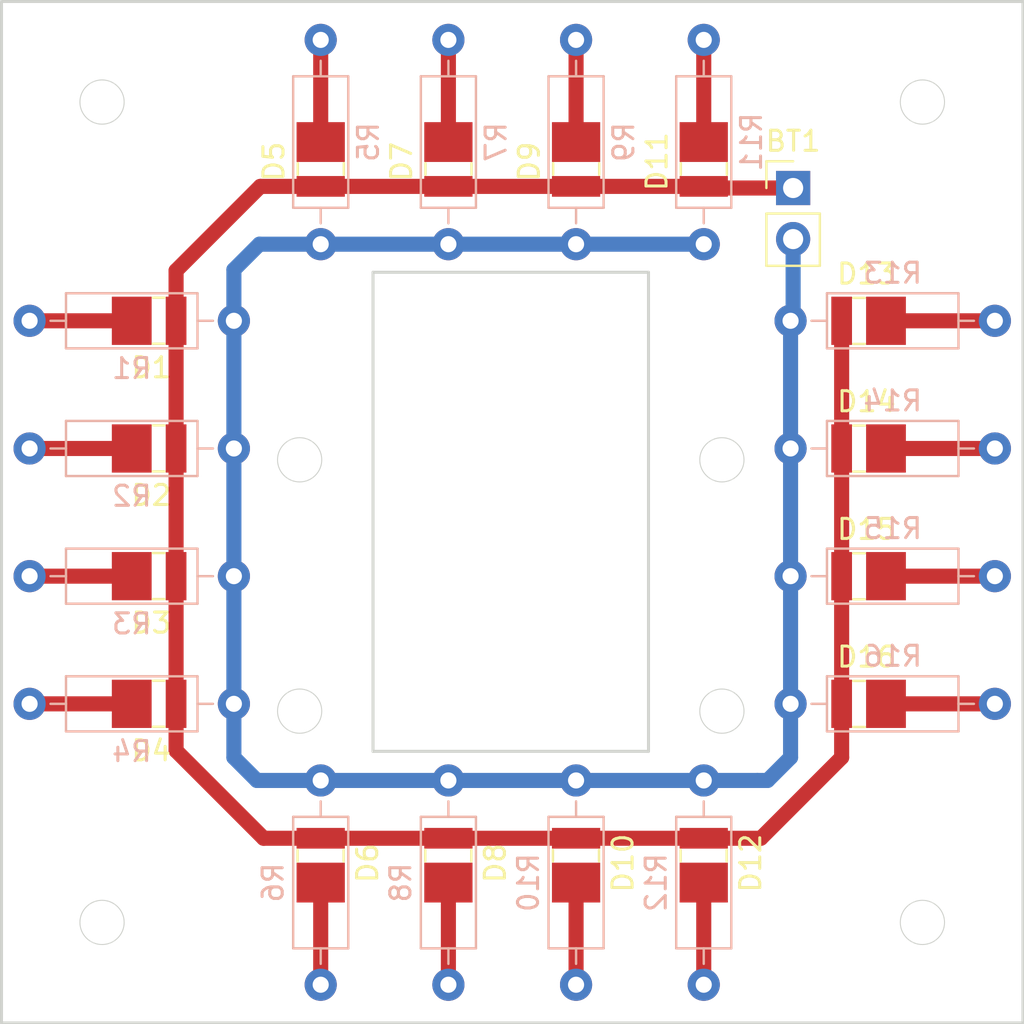
<source format=kicad_pcb>
(kicad_pcb (version 20171130) (host pcbnew "(5.1.6)-1")

  (general
    (thickness 1.6)
    (drawings 21)
    (tracks 49)
    (zones 0)
    (modules 33)
    (nets 19)
  )

  (page A4)
  (layers
    (0 F.Cu signal)
    (31 B.Cu signal)
    (32 B.Adhes user)
    (33 F.Adhes user)
    (34 B.Paste user)
    (35 F.Paste user)
    (36 B.SilkS user)
    (37 F.SilkS user)
    (38 B.Mask user)
    (39 F.Mask user)
    (40 Dwgs.User user)
    (41 Cmts.User user)
    (42 Eco1.User user)
    (43 Eco2.User user)
    (44 Edge.Cuts user)
    (45 Margin user)
    (46 B.CrtYd user)
    (47 F.CrtYd user)
    (48 B.Fab user)
    (49 F.Fab user)
  )

  (setup
    (last_trace_width 0.75)
    (user_trace_width 0.75)
    (trace_clearance 0.2)
    (zone_clearance 0.508)
    (zone_45_only no)
    (trace_min 0.2)
    (via_size 0.8)
    (via_drill 0.4)
    (via_min_size 0.4)
    (via_min_drill 0.3)
    (uvia_size 0.3)
    (uvia_drill 0.1)
    (uvias_allowed no)
    (uvia_min_size 0.2)
    (uvia_min_drill 0.1)
    (edge_width 0.05)
    (segment_width 0.2)
    (pcb_text_width 0.3)
    (pcb_text_size 1.5 1.5)
    (mod_edge_width 0.12)
    (mod_text_size 1 1)
    (mod_text_width 0.15)
    (pad_size 1.524 1.524)
    (pad_drill 0.762)
    (pad_to_mask_clearance 0.05)
    (aux_axis_origin 0 0)
    (visible_elements 7FFFFFFF)
    (pcbplotparams
      (layerselection 0x010fc_ffffffff)
      (usegerberextensions false)
      (usegerberattributes true)
      (usegerberadvancedattributes true)
      (creategerberjobfile true)
      (excludeedgelayer true)
      (linewidth 0.100000)
      (plotframeref false)
      (viasonmask false)
      (mode 1)
      (useauxorigin false)
      (hpglpennumber 1)
      (hpglpenspeed 20)
      (hpglpendiameter 15.000000)
      (psnegative false)
      (psa4output false)
      (plotreference true)
      (plotvalue true)
      (plotinvisibletext false)
      (padsonsilk false)
      (subtractmaskfromsilk false)
      (outputformat 1)
      (mirror false)
      (drillshape 0)
      (scaleselection 1)
      (outputdirectory "./"))
  )

  (net 0 "")
  (net 1 "Net-(BT1-Pad2)")
  (net 2 "Net-(BT1-Pad1)")
  (net 3 "Net-(D1-Pad1)")
  (net 4 "Net-(D2-Pad1)")
  (net 5 "Net-(D3-Pad1)")
  (net 6 "Net-(D4-Pad1)")
  (net 7 "Net-(D5-Pad1)")
  (net 8 "Net-(D6-Pad1)")
  (net 9 "Net-(D7-Pad1)")
  (net 10 "Net-(D8-Pad1)")
  (net 11 "Net-(D9-Pad1)")
  (net 12 "Net-(D10-Pad1)")
  (net 13 "Net-(D11-Pad1)")
  (net 14 "Net-(D12-Pad1)")
  (net 15 "Net-(D13-Pad1)")
  (net 16 "Net-(D14-Pad1)")
  (net 17 "Net-(D15-Pad1)")
  (net 18 "Net-(D16-Pad1)")

  (net_class Default "This is the default net class."
    (clearance 0.2)
    (trace_width 0.25)
    (via_dia 0.8)
    (via_drill 0.4)
    (uvia_dia 0.3)
    (uvia_drill 0.1)
    (add_net "Net-(BT1-Pad1)")
    (add_net "Net-(BT1-Pad2)")
    (add_net "Net-(D1-Pad1)")
    (add_net "Net-(D10-Pad1)")
    (add_net "Net-(D11-Pad1)")
    (add_net "Net-(D12-Pad1)")
    (add_net "Net-(D13-Pad1)")
    (add_net "Net-(D14-Pad1)")
    (add_net "Net-(D15-Pad1)")
    (add_net "Net-(D16-Pad1)")
    (add_net "Net-(D2-Pad1)")
    (add_net "Net-(D3-Pad1)")
    (add_net "Net-(D4-Pad1)")
    (add_net "Net-(D5-Pad1)")
    (add_net "Net-(D6-Pad1)")
    (add_net "Net-(D7-Pad1)")
    (add_net "Net-(D8-Pad1)")
    (add_net "Net-(D9-Pad1)")
  )

  (module Resistor_THT:R_Axial_DIN0207_L6.3mm_D2.5mm_P10.16mm_Horizontal (layer B.Cu) (tedit 5AE5139B) (tstamp 5F877485)
    (at 142.113 96.52 180)
    (descr "Resistor, Axial_DIN0207 series, Axial, Horizontal, pin pitch=10.16mm, 0.25W = 1/4W, length*diameter=6.3*2.5mm^2, http://cdn-reichelt.de/documents/datenblatt/B400/1_4W%23YAG.pdf")
    (tags "Resistor Axial_DIN0207 series Axial Horizontal pin pitch 10.16mm 0.25W = 1/4W length 6.3mm diameter 2.5mm")
    (path /5F6C4466)
    (fp_text reference R16 (at 5.08 2.37) (layer B.SilkS)
      (effects (font (size 1 1) (thickness 0.15)) (justify mirror))
    )
    (fp_text value 15 (at 5.08 -2.37) (layer B.Fab)
      (effects (font (size 1 1) (thickness 0.15)) (justify mirror))
    )
    (fp_line (start 11.21 1.5) (end -1.05 1.5) (layer B.CrtYd) (width 0.05))
    (fp_line (start 11.21 -1.5) (end 11.21 1.5) (layer B.CrtYd) (width 0.05))
    (fp_line (start -1.05 -1.5) (end 11.21 -1.5) (layer B.CrtYd) (width 0.05))
    (fp_line (start -1.05 1.5) (end -1.05 -1.5) (layer B.CrtYd) (width 0.05))
    (fp_line (start 9.12 0) (end 8.35 0) (layer B.SilkS) (width 0.12))
    (fp_line (start 1.04 0) (end 1.81 0) (layer B.SilkS) (width 0.12))
    (fp_line (start 8.35 1.37) (end 1.81 1.37) (layer B.SilkS) (width 0.12))
    (fp_line (start 8.35 -1.37) (end 8.35 1.37) (layer B.SilkS) (width 0.12))
    (fp_line (start 1.81 -1.37) (end 8.35 -1.37) (layer B.SilkS) (width 0.12))
    (fp_line (start 1.81 1.37) (end 1.81 -1.37) (layer B.SilkS) (width 0.12))
    (fp_line (start 10.16 0) (end 8.23 0) (layer B.Fab) (width 0.1))
    (fp_line (start 0 0) (end 1.93 0) (layer B.Fab) (width 0.1))
    (fp_line (start 8.23 1.25) (end 1.93 1.25) (layer B.Fab) (width 0.1))
    (fp_line (start 8.23 -1.25) (end 8.23 1.25) (layer B.Fab) (width 0.1))
    (fp_line (start 1.93 -1.25) (end 8.23 -1.25) (layer B.Fab) (width 0.1))
    (fp_line (start 1.93 1.25) (end 1.93 -1.25) (layer B.Fab) (width 0.1))
    (fp_text user %R (at 5.08 0) (layer B.Fab)
      (effects (font (size 1 1) (thickness 0.15)) (justify mirror))
    )
    (pad 2 thru_hole oval (at 10.16 0 180) (size 1.6 1.6) (drill 0.8) (layers *.Cu *.Mask)
      (net 1 "Net-(BT1-Pad2)"))
    (pad 1 thru_hole circle (at 0 0 180) (size 1.6 1.6) (drill 0.8) (layers *.Cu *.Mask)
      (net 18 "Net-(D16-Pad1)"))
    (model ${KISYS3DMOD}/Resistor_THT.3dshapes/R_Axial_DIN0207_L6.3mm_D2.5mm_P10.16mm_Horizontal.wrl
      (at (xyz 0 0 0))
      (scale (xyz 1 1 1))
      (rotate (xyz 0 0 0))
    )
  )

  (module Resistor_THT:R_Axial_DIN0207_L6.3mm_D2.5mm_P10.16mm_Horizontal (layer B.Cu) (tedit 5AE5139B) (tstamp 5F87746E)
    (at 142.113 90.17 180)
    (descr "Resistor, Axial_DIN0207 series, Axial, Horizontal, pin pitch=10.16mm, 0.25W = 1/4W, length*diameter=6.3*2.5mm^2, http://cdn-reichelt.de/documents/datenblatt/B400/1_4W%23YAG.pdf")
    (tags "Resistor Axial_DIN0207 series Axial Horizontal pin pitch 10.16mm 0.25W = 1/4W length 6.3mm diameter 2.5mm")
    (path /5F6C416D)
    (fp_text reference R15 (at 5.08 2.37) (layer B.SilkS)
      (effects (font (size 1 1) (thickness 0.15)) (justify mirror))
    )
    (fp_text value 15 (at 5.08 -2.37) (layer B.Fab)
      (effects (font (size 1 1) (thickness 0.15)) (justify mirror))
    )
    (fp_line (start 11.21 1.5) (end -1.05 1.5) (layer B.CrtYd) (width 0.05))
    (fp_line (start 11.21 -1.5) (end 11.21 1.5) (layer B.CrtYd) (width 0.05))
    (fp_line (start -1.05 -1.5) (end 11.21 -1.5) (layer B.CrtYd) (width 0.05))
    (fp_line (start -1.05 1.5) (end -1.05 -1.5) (layer B.CrtYd) (width 0.05))
    (fp_line (start 9.12 0) (end 8.35 0) (layer B.SilkS) (width 0.12))
    (fp_line (start 1.04 0) (end 1.81 0) (layer B.SilkS) (width 0.12))
    (fp_line (start 8.35 1.37) (end 1.81 1.37) (layer B.SilkS) (width 0.12))
    (fp_line (start 8.35 -1.37) (end 8.35 1.37) (layer B.SilkS) (width 0.12))
    (fp_line (start 1.81 -1.37) (end 8.35 -1.37) (layer B.SilkS) (width 0.12))
    (fp_line (start 1.81 1.37) (end 1.81 -1.37) (layer B.SilkS) (width 0.12))
    (fp_line (start 10.16 0) (end 8.23 0) (layer B.Fab) (width 0.1))
    (fp_line (start 0 0) (end 1.93 0) (layer B.Fab) (width 0.1))
    (fp_line (start 8.23 1.25) (end 1.93 1.25) (layer B.Fab) (width 0.1))
    (fp_line (start 8.23 -1.25) (end 8.23 1.25) (layer B.Fab) (width 0.1))
    (fp_line (start 1.93 -1.25) (end 8.23 -1.25) (layer B.Fab) (width 0.1))
    (fp_line (start 1.93 1.25) (end 1.93 -1.25) (layer B.Fab) (width 0.1))
    (fp_text user %R (at 5.08 0) (layer B.Fab)
      (effects (font (size 1 1) (thickness 0.15)) (justify mirror))
    )
    (pad 2 thru_hole oval (at 10.16 0 180) (size 1.6 1.6) (drill 0.8) (layers *.Cu *.Mask)
      (net 1 "Net-(BT1-Pad2)"))
    (pad 1 thru_hole circle (at 0 0 180) (size 1.6 1.6) (drill 0.8) (layers *.Cu *.Mask)
      (net 17 "Net-(D15-Pad1)"))
    (model ${KISYS3DMOD}/Resistor_THT.3dshapes/R_Axial_DIN0207_L6.3mm_D2.5mm_P10.16mm_Horizontal.wrl
      (at (xyz 0 0 0))
      (scale (xyz 1 1 1))
      (rotate (xyz 0 0 0))
    )
  )

  (module Resistor_THT:R_Axial_DIN0207_L6.3mm_D2.5mm_P10.16mm_Horizontal (layer B.Cu) (tedit 5AE5139B) (tstamp 5F877457)
    (at 142.113 83.82 180)
    (descr "Resistor, Axial_DIN0207 series, Axial, Horizontal, pin pitch=10.16mm, 0.25W = 1/4W, length*diameter=6.3*2.5mm^2, http://cdn-reichelt.de/documents/datenblatt/B400/1_4W%23YAG.pdf")
    (tags "Resistor Axial_DIN0207 series Axial Horizontal pin pitch 10.16mm 0.25W = 1/4W length 6.3mm diameter 2.5mm")
    (path /5F6C3DB5)
    (fp_text reference R14 (at 5.08 2.37) (layer B.SilkS)
      (effects (font (size 1 1) (thickness 0.15)) (justify mirror))
    )
    (fp_text value 15 (at 5.08 -2.37) (layer B.Fab)
      (effects (font (size 1 1) (thickness 0.15)) (justify mirror))
    )
    (fp_line (start 11.21 1.5) (end -1.05 1.5) (layer B.CrtYd) (width 0.05))
    (fp_line (start 11.21 -1.5) (end 11.21 1.5) (layer B.CrtYd) (width 0.05))
    (fp_line (start -1.05 -1.5) (end 11.21 -1.5) (layer B.CrtYd) (width 0.05))
    (fp_line (start -1.05 1.5) (end -1.05 -1.5) (layer B.CrtYd) (width 0.05))
    (fp_line (start 9.12 0) (end 8.35 0) (layer B.SilkS) (width 0.12))
    (fp_line (start 1.04 0) (end 1.81 0) (layer B.SilkS) (width 0.12))
    (fp_line (start 8.35 1.37) (end 1.81 1.37) (layer B.SilkS) (width 0.12))
    (fp_line (start 8.35 -1.37) (end 8.35 1.37) (layer B.SilkS) (width 0.12))
    (fp_line (start 1.81 -1.37) (end 8.35 -1.37) (layer B.SilkS) (width 0.12))
    (fp_line (start 1.81 1.37) (end 1.81 -1.37) (layer B.SilkS) (width 0.12))
    (fp_line (start 10.16 0) (end 8.23 0) (layer B.Fab) (width 0.1))
    (fp_line (start 0 0) (end 1.93 0) (layer B.Fab) (width 0.1))
    (fp_line (start 8.23 1.25) (end 1.93 1.25) (layer B.Fab) (width 0.1))
    (fp_line (start 8.23 -1.25) (end 8.23 1.25) (layer B.Fab) (width 0.1))
    (fp_line (start 1.93 -1.25) (end 8.23 -1.25) (layer B.Fab) (width 0.1))
    (fp_line (start 1.93 1.25) (end 1.93 -1.25) (layer B.Fab) (width 0.1))
    (fp_text user %R (at 5.08 0) (layer B.Fab)
      (effects (font (size 1 1) (thickness 0.15)) (justify mirror))
    )
    (pad 2 thru_hole oval (at 10.16 0 180) (size 1.6 1.6) (drill 0.8) (layers *.Cu *.Mask)
      (net 1 "Net-(BT1-Pad2)"))
    (pad 1 thru_hole circle (at 0 0 180) (size 1.6 1.6) (drill 0.8) (layers *.Cu *.Mask)
      (net 16 "Net-(D14-Pad1)"))
    (model ${KISYS3DMOD}/Resistor_THT.3dshapes/R_Axial_DIN0207_L6.3mm_D2.5mm_P10.16mm_Horizontal.wrl
      (at (xyz 0 0 0))
      (scale (xyz 1 1 1))
      (rotate (xyz 0 0 0))
    )
  )

  (module Resistor_THT:R_Axial_DIN0207_L6.3mm_D2.5mm_P10.16mm_Horizontal (layer B.Cu) (tedit 5AE5139B) (tstamp 5F877440)
    (at 142.113 77.47 180)
    (descr "Resistor, Axial_DIN0207 series, Axial, Horizontal, pin pitch=10.16mm, 0.25W = 1/4W, length*diameter=6.3*2.5mm^2, http://cdn-reichelt.de/documents/datenblatt/B400/1_4W%23YAG.pdf")
    (tags "Resistor Axial_DIN0207 series Axial Horizontal pin pitch 10.16mm 0.25W = 1/4W length 6.3mm diameter 2.5mm")
    (path /5F6BA2F5)
    (fp_text reference R13 (at 5.08 2.37) (layer B.SilkS)
      (effects (font (size 1 1) (thickness 0.15)) (justify mirror))
    )
    (fp_text value 15 (at 5.08 -2.37) (layer B.Fab)
      (effects (font (size 1 1) (thickness 0.15)) (justify mirror))
    )
    (fp_line (start 11.21 1.5) (end -1.05 1.5) (layer B.CrtYd) (width 0.05))
    (fp_line (start 11.21 -1.5) (end 11.21 1.5) (layer B.CrtYd) (width 0.05))
    (fp_line (start -1.05 -1.5) (end 11.21 -1.5) (layer B.CrtYd) (width 0.05))
    (fp_line (start -1.05 1.5) (end -1.05 -1.5) (layer B.CrtYd) (width 0.05))
    (fp_line (start 9.12 0) (end 8.35 0) (layer B.SilkS) (width 0.12))
    (fp_line (start 1.04 0) (end 1.81 0) (layer B.SilkS) (width 0.12))
    (fp_line (start 8.35 1.37) (end 1.81 1.37) (layer B.SilkS) (width 0.12))
    (fp_line (start 8.35 -1.37) (end 8.35 1.37) (layer B.SilkS) (width 0.12))
    (fp_line (start 1.81 -1.37) (end 8.35 -1.37) (layer B.SilkS) (width 0.12))
    (fp_line (start 1.81 1.37) (end 1.81 -1.37) (layer B.SilkS) (width 0.12))
    (fp_line (start 10.16 0) (end 8.23 0) (layer B.Fab) (width 0.1))
    (fp_line (start 0 0) (end 1.93 0) (layer B.Fab) (width 0.1))
    (fp_line (start 8.23 1.25) (end 1.93 1.25) (layer B.Fab) (width 0.1))
    (fp_line (start 8.23 -1.25) (end 8.23 1.25) (layer B.Fab) (width 0.1))
    (fp_line (start 1.93 -1.25) (end 8.23 -1.25) (layer B.Fab) (width 0.1))
    (fp_line (start 1.93 1.25) (end 1.93 -1.25) (layer B.Fab) (width 0.1))
    (fp_text user %R (at 5.08 0) (layer B.Fab)
      (effects (font (size 1 1) (thickness 0.15)) (justify mirror))
    )
    (pad 2 thru_hole oval (at 10.16 0 180) (size 1.6 1.6) (drill 0.8) (layers *.Cu *.Mask)
      (net 1 "Net-(BT1-Pad2)"))
    (pad 1 thru_hole circle (at 0 0 180) (size 1.6 1.6) (drill 0.8) (layers *.Cu *.Mask)
      (net 15 "Net-(D13-Pad1)"))
    (model ${KISYS3DMOD}/Resistor_THT.3dshapes/R_Axial_DIN0207_L6.3mm_D2.5mm_P10.16mm_Horizontal.wrl
      (at (xyz 0 0 0))
      (scale (xyz 1 1 1))
      (rotate (xyz 0 0 0))
    )
  )

  (module Resistor_THT:R_Axial_DIN0207_L6.3mm_D2.5mm_P10.16mm_Horizontal (layer B.Cu) (tedit 5AE5139B) (tstamp 5F877429)
    (at 127.635 100.33 270)
    (descr "Resistor, Axial_DIN0207 series, Axial, Horizontal, pin pitch=10.16mm, 0.25W = 1/4W, length*diameter=6.3*2.5mm^2, http://cdn-reichelt.de/documents/datenblatt/B400/1_4W%23YAG.pdf")
    (tags "Resistor Axial_DIN0207 series Axial Horizontal pin pitch 10.16mm 0.25W = 1/4W length 6.3mm diameter 2.5mm")
    (path /5F6BA060)
    (fp_text reference R12 (at 5.08 2.37 270) (layer B.SilkS)
      (effects (font (size 1 1) (thickness 0.15)) (justify mirror))
    )
    (fp_text value 15 (at 5.08 -2.37 270) (layer B.Fab)
      (effects (font (size 1 1) (thickness 0.15)) (justify mirror))
    )
    (fp_line (start 11.21 1.5) (end -1.05 1.5) (layer B.CrtYd) (width 0.05))
    (fp_line (start 11.21 -1.5) (end 11.21 1.5) (layer B.CrtYd) (width 0.05))
    (fp_line (start -1.05 -1.5) (end 11.21 -1.5) (layer B.CrtYd) (width 0.05))
    (fp_line (start -1.05 1.5) (end -1.05 -1.5) (layer B.CrtYd) (width 0.05))
    (fp_line (start 9.12 0) (end 8.35 0) (layer B.SilkS) (width 0.12))
    (fp_line (start 1.04 0) (end 1.81 0) (layer B.SilkS) (width 0.12))
    (fp_line (start 8.35 1.37) (end 1.81 1.37) (layer B.SilkS) (width 0.12))
    (fp_line (start 8.35 -1.37) (end 8.35 1.37) (layer B.SilkS) (width 0.12))
    (fp_line (start 1.81 -1.37) (end 8.35 -1.37) (layer B.SilkS) (width 0.12))
    (fp_line (start 1.81 1.37) (end 1.81 -1.37) (layer B.SilkS) (width 0.12))
    (fp_line (start 10.16 0) (end 8.23 0) (layer B.Fab) (width 0.1))
    (fp_line (start 0 0) (end 1.93 0) (layer B.Fab) (width 0.1))
    (fp_line (start 8.23 1.25) (end 1.93 1.25) (layer B.Fab) (width 0.1))
    (fp_line (start 8.23 -1.25) (end 8.23 1.25) (layer B.Fab) (width 0.1))
    (fp_line (start 1.93 -1.25) (end 8.23 -1.25) (layer B.Fab) (width 0.1))
    (fp_line (start 1.93 1.25) (end 1.93 -1.25) (layer B.Fab) (width 0.1))
    (fp_text user %R (at 5.08 0 270) (layer B.Fab)
      (effects (font (size 1 1) (thickness 0.15)) (justify mirror))
    )
    (pad 2 thru_hole oval (at 10.16 0 270) (size 1.6 1.6) (drill 0.8) (layers *.Cu *.Mask)
      (net 14 "Net-(D12-Pad1)"))
    (pad 1 thru_hole circle (at 0 0 270) (size 1.6 1.6) (drill 0.8) (layers *.Cu *.Mask)
      (net 1 "Net-(BT1-Pad2)"))
    (model ${KISYS3DMOD}/Resistor_THT.3dshapes/R_Axial_DIN0207_L6.3mm_D2.5mm_P10.16mm_Horizontal.wrl
      (at (xyz 0 0 0))
      (scale (xyz 1 1 1))
      (rotate (xyz 0 0 0))
    )
  )

  (module Resistor_THT:R_Axial_DIN0207_L6.3mm_D2.5mm_P10.16mm_Horizontal (layer B.Cu) (tedit 5AE5139B) (tstamp 5F877412)
    (at 127.635 73.66 90)
    (descr "Resistor, Axial_DIN0207 series, Axial, Horizontal, pin pitch=10.16mm, 0.25W = 1/4W, length*diameter=6.3*2.5mm^2, http://cdn-reichelt.de/documents/datenblatt/B400/1_4W%23YAG.pdf")
    (tags "Resistor Axial_DIN0207 series Axial Horizontal pin pitch 10.16mm 0.25W = 1/4W length 6.3mm diameter 2.5mm")
    (path /5F6B55CA)
    (fp_text reference R11 (at 5.08 2.37 270) (layer B.SilkS)
      (effects (font (size 1 1) (thickness 0.15)) (justify mirror))
    )
    (fp_text value 15 (at 5.08 -2.37 270) (layer B.Fab)
      (effects (font (size 1 1) (thickness 0.15)) (justify mirror))
    )
    (fp_line (start 11.21 1.5) (end -1.05 1.5) (layer B.CrtYd) (width 0.05))
    (fp_line (start 11.21 -1.5) (end 11.21 1.5) (layer B.CrtYd) (width 0.05))
    (fp_line (start -1.05 -1.5) (end 11.21 -1.5) (layer B.CrtYd) (width 0.05))
    (fp_line (start -1.05 1.5) (end -1.05 -1.5) (layer B.CrtYd) (width 0.05))
    (fp_line (start 9.12 0) (end 8.35 0) (layer B.SilkS) (width 0.12))
    (fp_line (start 1.04 0) (end 1.81 0) (layer B.SilkS) (width 0.12))
    (fp_line (start 8.35 1.37) (end 1.81 1.37) (layer B.SilkS) (width 0.12))
    (fp_line (start 8.35 -1.37) (end 8.35 1.37) (layer B.SilkS) (width 0.12))
    (fp_line (start 1.81 -1.37) (end 8.35 -1.37) (layer B.SilkS) (width 0.12))
    (fp_line (start 1.81 1.37) (end 1.81 -1.37) (layer B.SilkS) (width 0.12))
    (fp_line (start 10.16 0) (end 8.23 0) (layer B.Fab) (width 0.1))
    (fp_line (start 0 0) (end 1.93 0) (layer B.Fab) (width 0.1))
    (fp_line (start 8.23 1.25) (end 1.93 1.25) (layer B.Fab) (width 0.1))
    (fp_line (start 8.23 -1.25) (end 8.23 1.25) (layer B.Fab) (width 0.1))
    (fp_line (start 1.93 -1.25) (end 8.23 -1.25) (layer B.Fab) (width 0.1))
    (fp_line (start 1.93 1.25) (end 1.93 -1.25) (layer B.Fab) (width 0.1))
    (fp_text user %R (at 5.08 0 270) (layer B.Fab)
      (effects (font (size 1 1) (thickness 0.15)) (justify mirror))
    )
    (pad 2 thru_hole oval (at 10.16 0 90) (size 1.6 1.6) (drill 0.8) (layers *.Cu *.Mask)
      (net 13 "Net-(D11-Pad1)"))
    (pad 1 thru_hole circle (at 0 0 90) (size 1.6 1.6) (drill 0.8) (layers *.Cu *.Mask)
      (net 1 "Net-(BT1-Pad2)"))
    (model ${KISYS3DMOD}/Resistor_THT.3dshapes/R_Axial_DIN0207_L6.3mm_D2.5mm_P10.16mm_Horizontal.wrl
      (at (xyz 0 0 0))
      (scale (xyz 1 1 1))
      (rotate (xyz 0 0 0))
    )
  )

  (module Resistor_THT:R_Axial_DIN0207_L6.3mm_D2.5mm_P10.16mm_Horizontal (layer B.Cu) (tedit 5AE5139B) (tstamp 5F8773FB)
    (at 121.285 100.33 270)
    (descr "Resistor, Axial_DIN0207 series, Axial, Horizontal, pin pitch=10.16mm, 0.25W = 1/4W, length*diameter=6.3*2.5mm^2, http://cdn-reichelt.de/documents/datenblatt/B400/1_4W%23YAG.pdf")
    (tags "Resistor Axial_DIN0207 series Axial Horizontal pin pitch 10.16mm 0.25W = 1/4W length 6.3mm diameter 2.5mm")
    (path /5F6B9D4C)
    (fp_text reference R10 (at 5.08 2.37 270) (layer B.SilkS)
      (effects (font (size 1 1) (thickness 0.15)) (justify mirror))
    )
    (fp_text value 15 (at 5.08 -2.37 270) (layer B.Fab)
      (effects (font (size 1 1) (thickness 0.15)) (justify mirror))
    )
    (fp_line (start 11.21 1.5) (end -1.05 1.5) (layer B.CrtYd) (width 0.05))
    (fp_line (start 11.21 -1.5) (end 11.21 1.5) (layer B.CrtYd) (width 0.05))
    (fp_line (start -1.05 -1.5) (end 11.21 -1.5) (layer B.CrtYd) (width 0.05))
    (fp_line (start -1.05 1.5) (end -1.05 -1.5) (layer B.CrtYd) (width 0.05))
    (fp_line (start 9.12 0) (end 8.35 0) (layer B.SilkS) (width 0.12))
    (fp_line (start 1.04 0) (end 1.81 0) (layer B.SilkS) (width 0.12))
    (fp_line (start 8.35 1.37) (end 1.81 1.37) (layer B.SilkS) (width 0.12))
    (fp_line (start 8.35 -1.37) (end 8.35 1.37) (layer B.SilkS) (width 0.12))
    (fp_line (start 1.81 -1.37) (end 8.35 -1.37) (layer B.SilkS) (width 0.12))
    (fp_line (start 1.81 1.37) (end 1.81 -1.37) (layer B.SilkS) (width 0.12))
    (fp_line (start 10.16 0) (end 8.23 0) (layer B.Fab) (width 0.1))
    (fp_line (start 0 0) (end 1.93 0) (layer B.Fab) (width 0.1))
    (fp_line (start 8.23 1.25) (end 1.93 1.25) (layer B.Fab) (width 0.1))
    (fp_line (start 8.23 -1.25) (end 8.23 1.25) (layer B.Fab) (width 0.1))
    (fp_line (start 1.93 -1.25) (end 8.23 -1.25) (layer B.Fab) (width 0.1))
    (fp_line (start 1.93 1.25) (end 1.93 -1.25) (layer B.Fab) (width 0.1))
    (fp_text user %R (at 5.17 0 270) (layer B.Fab)
      (effects (font (size 1 1) (thickness 0.15)) (justify mirror))
    )
    (pad 2 thru_hole oval (at 10.16 0 270) (size 1.6 1.6) (drill 0.8) (layers *.Cu *.Mask)
      (net 12 "Net-(D10-Pad1)"))
    (pad 1 thru_hole circle (at 0 0 270) (size 1.6 1.6) (drill 0.8) (layers *.Cu *.Mask)
      (net 1 "Net-(BT1-Pad2)"))
    (model ${KISYS3DMOD}/Resistor_THT.3dshapes/R_Axial_DIN0207_L6.3mm_D2.5mm_P10.16mm_Horizontal.wrl
      (at (xyz 0 0 0))
      (scale (xyz 1 1 1))
      (rotate (xyz 0 0 0))
    )
  )

  (module Resistor_THT:R_Axial_DIN0207_L6.3mm_D2.5mm_P10.16mm_Horizontal (layer B.Cu) (tedit 5AE5139B) (tstamp 5F8773E4)
    (at 121.285 73.66 90)
    (descr "Resistor, Axial_DIN0207 series, Axial, Horizontal, pin pitch=10.16mm, 0.25W = 1/4W, length*diameter=6.3*2.5mm^2, http://cdn-reichelt.de/documents/datenblatt/B400/1_4W%23YAG.pdf")
    (tags "Resistor Axial_DIN0207 series Axial Horizontal pin pitch 10.16mm 0.25W = 1/4W length 6.3mm diameter 2.5mm")
    (path /5F6B6233)
    (fp_text reference R9 (at 5.08 2.37 270) (layer B.SilkS)
      (effects (font (size 1 1) (thickness 0.15)) (justify mirror))
    )
    (fp_text value 15 (at 5.08 -2.37 270) (layer B.Fab)
      (effects (font (size 1 1) (thickness 0.15)) (justify mirror))
    )
    (fp_line (start 11.21 1.5) (end -1.05 1.5) (layer B.CrtYd) (width 0.05))
    (fp_line (start 11.21 -1.5) (end 11.21 1.5) (layer B.CrtYd) (width 0.05))
    (fp_line (start -1.05 -1.5) (end 11.21 -1.5) (layer B.CrtYd) (width 0.05))
    (fp_line (start -1.05 1.5) (end -1.05 -1.5) (layer B.CrtYd) (width 0.05))
    (fp_line (start 9.12 0) (end 8.35 0) (layer B.SilkS) (width 0.12))
    (fp_line (start 1.04 0) (end 1.81 0) (layer B.SilkS) (width 0.12))
    (fp_line (start 8.35 1.37) (end 1.81 1.37) (layer B.SilkS) (width 0.12))
    (fp_line (start 8.35 -1.37) (end 8.35 1.37) (layer B.SilkS) (width 0.12))
    (fp_line (start 1.81 -1.37) (end 8.35 -1.37) (layer B.SilkS) (width 0.12))
    (fp_line (start 1.81 1.37) (end 1.81 -1.37) (layer B.SilkS) (width 0.12))
    (fp_line (start 10.16 0) (end 8.23 0) (layer B.Fab) (width 0.1))
    (fp_line (start 0 0) (end 1.93 0) (layer B.Fab) (width 0.1))
    (fp_line (start 8.23 1.25) (end 1.93 1.25) (layer B.Fab) (width 0.1))
    (fp_line (start 8.23 -1.25) (end 8.23 1.25) (layer B.Fab) (width 0.1))
    (fp_line (start 1.93 -1.25) (end 8.23 -1.25) (layer B.Fab) (width 0.1))
    (fp_line (start 1.93 1.25) (end 1.93 -1.25) (layer B.Fab) (width 0.1))
    (fp_text user %R (at 5.08 0 270) (layer B.Fab)
      (effects (font (size 1 1) (thickness 0.15)) (justify mirror))
    )
    (pad 2 thru_hole oval (at 10.16 0 90) (size 1.6 1.6) (drill 0.8) (layers *.Cu *.Mask)
      (net 11 "Net-(D9-Pad1)"))
    (pad 1 thru_hole circle (at 0 0 90) (size 1.6 1.6) (drill 0.8) (layers *.Cu *.Mask)
      (net 1 "Net-(BT1-Pad2)"))
    (model ${KISYS3DMOD}/Resistor_THT.3dshapes/R_Axial_DIN0207_L6.3mm_D2.5mm_P10.16mm_Horizontal.wrl
      (at (xyz 0 0 0))
      (scale (xyz 1 1 1))
      (rotate (xyz 0 0 0))
    )
  )

  (module Resistor_THT:R_Axial_DIN0207_L6.3mm_D2.5mm_P10.16mm_Horizontal (layer B.Cu) (tedit 5AE5139B) (tstamp 5F8773CD)
    (at 114.935 100.33 270)
    (descr "Resistor, Axial_DIN0207 series, Axial, Horizontal, pin pitch=10.16mm, 0.25W = 1/4W, length*diameter=6.3*2.5mm^2, http://cdn-reichelt.de/documents/datenblatt/B400/1_4W%23YAG.pdf")
    (tags "Resistor Axial_DIN0207 series Axial Horizontal pin pitch 10.16mm 0.25W = 1/4W length 6.3mm diameter 2.5mm")
    (path /5F6B93D7)
    (fp_text reference R8 (at 5.08 2.37 270) (layer B.SilkS)
      (effects (font (size 1 1) (thickness 0.15)) (justify mirror))
    )
    (fp_text value 15 (at 5.08 -2.37 270) (layer B.Fab)
      (effects (font (size 1 1) (thickness 0.15)) (justify mirror))
    )
    (fp_line (start 11.21 1.5) (end -1.05 1.5) (layer B.CrtYd) (width 0.05))
    (fp_line (start 11.21 -1.5) (end 11.21 1.5) (layer B.CrtYd) (width 0.05))
    (fp_line (start -1.05 -1.5) (end 11.21 -1.5) (layer B.CrtYd) (width 0.05))
    (fp_line (start -1.05 1.5) (end -1.05 -1.5) (layer B.CrtYd) (width 0.05))
    (fp_line (start 9.12 0) (end 8.35 0) (layer B.SilkS) (width 0.12))
    (fp_line (start 1.04 0) (end 1.81 0) (layer B.SilkS) (width 0.12))
    (fp_line (start 8.35 1.37) (end 1.81 1.37) (layer B.SilkS) (width 0.12))
    (fp_line (start 8.35 -1.37) (end 8.35 1.37) (layer B.SilkS) (width 0.12))
    (fp_line (start 1.81 -1.37) (end 8.35 -1.37) (layer B.SilkS) (width 0.12))
    (fp_line (start 1.81 1.37) (end 1.81 -1.37) (layer B.SilkS) (width 0.12))
    (fp_line (start 10.16 0) (end 8.23 0) (layer B.Fab) (width 0.1))
    (fp_line (start 0 0) (end 1.93 0) (layer B.Fab) (width 0.1))
    (fp_line (start 8.23 1.25) (end 1.93 1.25) (layer B.Fab) (width 0.1))
    (fp_line (start 8.23 -1.25) (end 8.23 1.25) (layer B.Fab) (width 0.1))
    (fp_line (start 1.93 -1.25) (end 8.23 -1.25) (layer B.Fab) (width 0.1))
    (fp_line (start 1.93 1.25) (end 1.93 -1.25) (layer B.Fab) (width 0.1))
    (fp_text user %R (at 5.08 0 270) (layer B.Fab)
      (effects (font (size 1 1) (thickness 0.15)) (justify mirror))
    )
    (pad 2 thru_hole oval (at 10.16 0 270) (size 1.6 1.6) (drill 0.8) (layers *.Cu *.Mask)
      (net 10 "Net-(D8-Pad1)"))
    (pad 1 thru_hole circle (at 0 0 270) (size 1.6 1.6) (drill 0.8) (layers *.Cu *.Mask)
      (net 1 "Net-(BT1-Pad2)"))
    (model ${KISYS3DMOD}/Resistor_THT.3dshapes/R_Axial_DIN0207_L6.3mm_D2.5mm_P10.16mm_Horizontal.wrl
      (at (xyz 0 0 0))
      (scale (xyz 1 1 1))
      (rotate (xyz 0 0 0))
    )
  )

  (module Resistor_THT:R_Axial_DIN0207_L6.3mm_D2.5mm_P10.16mm_Horizontal (layer B.Cu) (tedit 5AE5139B) (tstamp 5F8773B6)
    (at 114.935 73.66 90)
    (descr "Resistor, Axial_DIN0207 series, Axial, Horizontal, pin pitch=10.16mm, 0.25W = 1/4W, length*diameter=6.3*2.5mm^2, http://cdn-reichelt.de/documents/datenblatt/B400/1_4W%23YAG.pdf")
    (tags "Resistor Axial_DIN0207 series Axial Horizontal pin pitch 10.16mm 0.25W = 1/4W length 6.3mm diameter 2.5mm")
    (path /5F6B64E5)
    (fp_text reference R7 (at 5.08 2.37 270) (layer B.SilkS)
      (effects (font (size 1 1) (thickness 0.15)) (justify mirror))
    )
    (fp_text value 15 (at 5.08 -2.37 270) (layer B.Fab)
      (effects (font (size 1 1) (thickness 0.15)) (justify mirror))
    )
    (fp_line (start 11.21 1.5) (end -1.05 1.5) (layer B.CrtYd) (width 0.05))
    (fp_line (start 11.21 -1.5) (end 11.21 1.5) (layer B.CrtYd) (width 0.05))
    (fp_line (start -1.05 -1.5) (end 11.21 -1.5) (layer B.CrtYd) (width 0.05))
    (fp_line (start -1.05 1.5) (end -1.05 -1.5) (layer B.CrtYd) (width 0.05))
    (fp_line (start 9.12 0) (end 8.35 0) (layer B.SilkS) (width 0.12))
    (fp_line (start 1.04 0) (end 1.81 0) (layer B.SilkS) (width 0.12))
    (fp_line (start 8.35 1.37) (end 1.81 1.37) (layer B.SilkS) (width 0.12))
    (fp_line (start 8.35 -1.37) (end 8.35 1.37) (layer B.SilkS) (width 0.12))
    (fp_line (start 1.81 -1.37) (end 8.35 -1.37) (layer B.SilkS) (width 0.12))
    (fp_line (start 1.81 1.37) (end 1.81 -1.37) (layer B.SilkS) (width 0.12))
    (fp_line (start 10.16 0) (end 8.23 0) (layer B.Fab) (width 0.1))
    (fp_line (start 0 0) (end 1.93 0) (layer B.Fab) (width 0.1))
    (fp_line (start 8.23 1.25) (end 1.93 1.25) (layer B.Fab) (width 0.1))
    (fp_line (start 8.23 -1.25) (end 8.23 1.25) (layer B.Fab) (width 0.1))
    (fp_line (start 1.93 -1.25) (end 8.23 -1.25) (layer B.Fab) (width 0.1))
    (fp_line (start 1.93 1.25) (end 1.93 -1.25) (layer B.Fab) (width 0.1))
    (fp_text user %R (at 5.08 0 270) (layer B.Fab)
      (effects (font (size 1 1) (thickness 0.15)) (justify mirror))
    )
    (pad 2 thru_hole oval (at 10.16 0 90) (size 1.6 1.6) (drill 0.8) (layers *.Cu *.Mask)
      (net 9 "Net-(D7-Pad1)"))
    (pad 1 thru_hole circle (at 0 0 90) (size 1.6 1.6) (drill 0.8) (layers *.Cu *.Mask)
      (net 1 "Net-(BT1-Pad2)"))
    (model ${KISYS3DMOD}/Resistor_THT.3dshapes/R_Axial_DIN0207_L6.3mm_D2.5mm_P10.16mm_Horizontal.wrl
      (at (xyz 0 0 0))
      (scale (xyz 1 1 1))
      (rotate (xyz 0 0 0))
    )
  )

  (module Resistor_THT:R_Axial_DIN0207_L6.3mm_D2.5mm_P10.16mm_Horizontal (layer B.Cu) (tedit 5AE5139B) (tstamp 5F87739F)
    (at 108.585 100.33 270)
    (descr "Resistor, Axial_DIN0207 series, Axial, Horizontal, pin pitch=10.16mm, 0.25W = 1/4W, length*diameter=6.3*2.5mm^2, http://cdn-reichelt.de/documents/datenblatt/B400/1_4W%23YAG.pdf")
    (tags "Resistor Axial_DIN0207 series Axial Horizontal pin pitch 10.16mm 0.25W = 1/4W length 6.3mm diameter 2.5mm")
    (path /5F6B88FE)
    (fp_text reference R6 (at 5.08 2.37 270) (layer B.SilkS)
      (effects (font (size 1 1) (thickness 0.15)) (justify mirror))
    )
    (fp_text value 15 (at 5.08 -2.37 270) (layer B.Fab)
      (effects (font (size 1 1) (thickness 0.15)) (justify mirror))
    )
    (fp_line (start 11.21 1.5) (end -1.05 1.5) (layer B.CrtYd) (width 0.05))
    (fp_line (start 11.21 -1.5) (end 11.21 1.5) (layer B.CrtYd) (width 0.05))
    (fp_line (start -1.05 -1.5) (end 11.21 -1.5) (layer B.CrtYd) (width 0.05))
    (fp_line (start -1.05 1.5) (end -1.05 -1.5) (layer B.CrtYd) (width 0.05))
    (fp_line (start 9.12 0) (end 8.35 0) (layer B.SilkS) (width 0.12))
    (fp_line (start 1.04 0) (end 1.81 0) (layer B.SilkS) (width 0.12))
    (fp_line (start 8.35 1.37) (end 1.81 1.37) (layer B.SilkS) (width 0.12))
    (fp_line (start 8.35 -1.37) (end 8.35 1.37) (layer B.SilkS) (width 0.12))
    (fp_line (start 1.81 -1.37) (end 8.35 -1.37) (layer B.SilkS) (width 0.12))
    (fp_line (start 1.81 1.37) (end 1.81 -1.37) (layer B.SilkS) (width 0.12))
    (fp_line (start 10.16 0) (end 8.23 0) (layer B.Fab) (width 0.1))
    (fp_line (start 0 0) (end 1.93 0) (layer B.Fab) (width 0.1))
    (fp_line (start 8.23 1.25) (end 1.93 1.25) (layer B.Fab) (width 0.1))
    (fp_line (start 8.23 -1.25) (end 8.23 1.25) (layer B.Fab) (width 0.1))
    (fp_line (start 1.93 -1.25) (end 8.23 -1.25) (layer B.Fab) (width 0.1))
    (fp_line (start 1.93 1.25) (end 1.93 -1.25) (layer B.Fab) (width 0.1))
    (fp_text user %R (at 5.08 0 270) (layer B.Fab)
      (effects (font (size 1 1) (thickness 0.15)) (justify mirror))
    )
    (pad 2 thru_hole oval (at 10.16 0 270) (size 1.6 1.6) (drill 0.8) (layers *.Cu *.Mask)
      (net 8 "Net-(D6-Pad1)"))
    (pad 1 thru_hole circle (at 0 0 270) (size 1.6 1.6) (drill 0.8) (layers *.Cu *.Mask)
      (net 1 "Net-(BT1-Pad2)"))
    (model ${KISYS3DMOD}/Resistor_THT.3dshapes/R_Axial_DIN0207_L6.3mm_D2.5mm_P10.16mm_Horizontal.wrl
      (at (xyz 0 0 0))
      (scale (xyz 1 1 1))
      (rotate (xyz 0 0 0))
    )
  )

  (module Resistor_THT:R_Axial_DIN0207_L6.3mm_D2.5mm_P10.16mm_Horizontal (layer B.Cu) (tedit 5AE5139B) (tstamp 5F877388)
    (at 108.585 73.66 90)
    (descr "Resistor, Axial_DIN0207 series, Axial, Horizontal, pin pitch=10.16mm, 0.25W = 1/4W, length*diameter=6.3*2.5mm^2, http://cdn-reichelt.de/documents/datenblatt/B400/1_4W%23YAG.pdf")
    (tags "Resistor Axial_DIN0207 series Axial Horizontal pin pitch 10.16mm 0.25W = 1/4W length 6.3mm diameter 2.5mm")
    (path /5F6B6773)
    (fp_text reference R5 (at 5.08 2.37 270) (layer B.SilkS)
      (effects (font (size 1 1) (thickness 0.15)) (justify mirror))
    )
    (fp_text value 15 (at 5.08 -2.37 270) (layer B.Fab)
      (effects (font (size 1 1) (thickness 0.15)) (justify mirror))
    )
    (fp_line (start 11.21 1.5) (end -1.05 1.5) (layer B.CrtYd) (width 0.05))
    (fp_line (start 11.21 -1.5) (end 11.21 1.5) (layer B.CrtYd) (width 0.05))
    (fp_line (start -1.05 -1.5) (end 11.21 -1.5) (layer B.CrtYd) (width 0.05))
    (fp_line (start -1.05 1.5) (end -1.05 -1.5) (layer B.CrtYd) (width 0.05))
    (fp_line (start 9.12 0) (end 8.35 0) (layer B.SilkS) (width 0.12))
    (fp_line (start 1.04 0) (end 1.81 0) (layer B.SilkS) (width 0.12))
    (fp_line (start 8.35 1.37) (end 1.81 1.37) (layer B.SilkS) (width 0.12))
    (fp_line (start 8.35 -1.37) (end 8.35 1.37) (layer B.SilkS) (width 0.12))
    (fp_line (start 1.81 -1.37) (end 8.35 -1.37) (layer B.SilkS) (width 0.12))
    (fp_line (start 1.81 1.37) (end 1.81 -1.37) (layer B.SilkS) (width 0.12))
    (fp_line (start 10.16 0) (end 8.23 0) (layer B.Fab) (width 0.1))
    (fp_line (start 0 0) (end 1.93 0) (layer B.Fab) (width 0.1))
    (fp_line (start 8.23 1.25) (end 1.93 1.25) (layer B.Fab) (width 0.1))
    (fp_line (start 8.23 -1.25) (end 8.23 1.25) (layer B.Fab) (width 0.1))
    (fp_line (start 1.93 -1.25) (end 8.23 -1.25) (layer B.Fab) (width 0.1))
    (fp_line (start 1.93 1.25) (end 1.93 -1.25) (layer B.Fab) (width 0.1))
    (fp_text user %R (at 5.08 0 90) (layer B.Fab)
      (effects (font (size 1 1) (thickness 0.15)) (justify mirror))
    )
    (pad 2 thru_hole oval (at 10.16 0 90) (size 1.6 1.6) (drill 0.8) (layers *.Cu *.Mask)
      (net 7 "Net-(D5-Pad1)"))
    (pad 1 thru_hole circle (at 0 0 90) (size 1.6 1.6) (drill 0.8) (layers *.Cu *.Mask)
      (net 1 "Net-(BT1-Pad2)"))
    (model ${KISYS3DMOD}/Resistor_THT.3dshapes/R_Axial_DIN0207_L6.3mm_D2.5mm_P10.16mm_Horizontal.wrl
      (at (xyz 0 0 0))
      (scale (xyz 1 1 1))
      (rotate (xyz 0 0 0))
    )
  )

  (module Resistor_THT:R_Axial_DIN0207_L6.3mm_D2.5mm_P10.16mm_Horizontal (layer B.Cu) (tedit 5AE5139B) (tstamp 5F877371)
    (at 94.107 96.52)
    (descr "Resistor, Axial_DIN0207 series, Axial, Horizontal, pin pitch=10.16mm, 0.25W = 1/4W, length*diameter=6.3*2.5mm^2, http://cdn-reichelt.de/documents/datenblatt/B400/1_4W%23YAG.pdf")
    (tags "Resistor Axial_DIN0207 series Axial Horizontal pin pitch 10.16mm 0.25W = 1/4W length 6.3mm diameter 2.5mm")
    (path /5F6B8668)
    (fp_text reference R4 (at 5.08 2.37) (layer B.SilkS)
      (effects (font (size 1 1) (thickness 0.15)) (justify mirror))
    )
    (fp_text value 15 (at 5.08 -2.37) (layer B.Fab)
      (effects (font (size 1 1) (thickness 0.15)) (justify mirror))
    )
    (fp_line (start 11.21 1.5) (end -1.05 1.5) (layer B.CrtYd) (width 0.05))
    (fp_line (start 11.21 -1.5) (end 11.21 1.5) (layer B.CrtYd) (width 0.05))
    (fp_line (start -1.05 -1.5) (end 11.21 -1.5) (layer B.CrtYd) (width 0.05))
    (fp_line (start -1.05 1.5) (end -1.05 -1.5) (layer B.CrtYd) (width 0.05))
    (fp_line (start 9.12 0) (end 8.35 0) (layer B.SilkS) (width 0.12))
    (fp_line (start 1.04 0) (end 1.81 0) (layer B.SilkS) (width 0.12))
    (fp_line (start 8.35 1.37) (end 1.81 1.37) (layer B.SilkS) (width 0.12))
    (fp_line (start 8.35 -1.37) (end 8.35 1.37) (layer B.SilkS) (width 0.12))
    (fp_line (start 1.81 -1.37) (end 8.35 -1.37) (layer B.SilkS) (width 0.12))
    (fp_line (start 1.81 1.37) (end 1.81 -1.37) (layer B.SilkS) (width 0.12))
    (fp_line (start 10.16 0) (end 8.23 0) (layer B.Fab) (width 0.1))
    (fp_line (start 0 0) (end 1.93 0) (layer B.Fab) (width 0.1))
    (fp_line (start 8.23 1.25) (end 1.93 1.25) (layer B.Fab) (width 0.1))
    (fp_line (start 8.23 -1.25) (end 8.23 1.25) (layer B.Fab) (width 0.1))
    (fp_line (start 1.93 -1.25) (end 8.23 -1.25) (layer B.Fab) (width 0.1))
    (fp_line (start 1.93 1.25) (end 1.93 -1.25) (layer B.Fab) (width 0.1))
    (fp_text user %R (at 5.08 0) (layer B.Fab)
      (effects (font (size 1 1) (thickness 0.15)) (justify mirror))
    )
    (pad 2 thru_hole oval (at 10.16 0) (size 1.6 1.6) (drill 0.8) (layers *.Cu *.Mask)
      (net 1 "Net-(BT1-Pad2)"))
    (pad 1 thru_hole circle (at 0 0) (size 1.6 1.6) (drill 0.8) (layers *.Cu *.Mask)
      (net 6 "Net-(D4-Pad1)"))
    (model ${KISYS3DMOD}/Resistor_THT.3dshapes/R_Axial_DIN0207_L6.3mm_D2.5mm_P10.16mm_Horizontal.wrl
      (at (xyz 0 0 0))
      (scale (xyz 1 1 1))
      (rotate (xyz 0 0 0))
    )
  )

  (module Resistor_THT:R_Axial_DIN0207_L6.3mm_D2.5mm_P10.16mm_Horizontal (layer B.Cu) (tedit 5AE5139B) (tstamp 5F87735A)
    (at 94.107 90.17)
    (descr "Resistor, Axial_DIN0207 series, Axial, Horizontal, pin pitch=10.16mm, 0.25W = 1/4W, length*diameter=6.3*2.5mm^2, http://cdn-reichelt.de/documents/datenblatt/B400/1_4W%23YAG.pdf")
    (tags "Resistor Axial_DIN0207 series Axial Horizontal pin pitch 10.16mm 0.25W = 1/4W length 6.3mm diameter 2.5mm")
    (path /5F6B83E7)
    (fp_text reference R3 (at 5.08 2.37) (layer B.SilkS)
      (effects (font (size 1 1) (thickness 0.15)) (justify mirror))
    )
    (fp_text value 15 (at 5.08 -2.37) (layer B.Fab)
      (effects (font (size 1 1) (thickness 0.15)) (justify mirror))
    )
    (fp_line (start 11.21 1.5) (end -1.05 1.5) (layer B.CrtYd) (width 0.05))
    (fp_line (start 11.21 -1.5) (end 11.21 1.5) (layer B.CrtYd) (width 0.05))
    (fp_line (start -1.05 -1.5) (end 11.21 -1.5) (layer B.CrtYd) (width 0.05))
    (fp_line (start -1.05 1.5) (end -1.05 -1.5) (layer B.CrtYd) (width 0.05))
    (fp_line (start 9.12 0) (end 8.35 0) (layer B.SilkS) (width 0.12))
    (fp_line (start 1.04 0) (end 1.81 0) (layer B.SilkS) (width 0.12))
    (fp_line (start 8.35 1.37) (end 1.81 1.37) (layer B.SilkS) (width 0.12))
    (fp_line (start 8.35 -1.37) (end 8.35 1.37) (layer B.SilkS) (width 0.12))
    (fp_line (start 1.81 -1.37) (end 8.35 -1.37) (layer B.SilkS) (width 0.12))
    (fp_line (start 1.81 1.37) (end 1.81 -1.37) (layer B.SilkS) (width 0.12))
    (fp_line (start 10.16 0) (end 8.23 0) (layer B.Fab) (width 0.1))
    (fp_line (start 0 0) (end 1.93 0) (layer B.Fab) (width 0.1))
    (fp_line (start 8.23 1.25) (end 1.93 1.25) (layer B.Fab) (width 0.1))
    (fp_line (start 8.23 -1.25) (end 8.23 1.25) (layer B.Fab) (width 0.1))
    (fp_line (start 1.93 -1.25) (end 8.23 -1.25) (layer B.Fab) (width 0.1))
    (fp_line (start 1.93 1.25) (end 1.93 -1.25) (layer B.Fab) (width 0.1))
    (fp_text user %R (at 5.08 0) (layer B.Fab)
      (effects (font (size 1 1) (thickness 0.15)) (justify mirror))
    )
    (pad 2 thru_hole oval (at 10.16 0) (size 1.6 1.6) (drill 0.8) (layers *.Cu *.Mask)
      (net 1 "Net-(BT1-Pad2)"))
    (pad 1 thru_hole circle (at 0 0) (size 1.6 1.6) (drill 0.8) (layers *.Cu *.Mask)
      (net 5 "Net-(D3-Pad1)"))
    (model ${KISYS3DMOD}/Resistor_THT.3dshapes/R_Axial_DIN0207_L6.3mm_D2.5mm_P10.16mm_Horizontal.wrl
      (at (xyz 0 0 0))
      (scale (xyz 1 1 1))
      (rotate (xyz 0 0 0))
    )
  )

  (module Resistor_THT:R_Axial_DIN0207_L6.3mm_D2.5mm_P10.16mm_Horizontal (layer B.Cu) (tedit 5AE5139B) (tstamp 5F877343)
    (at 94.107 83.82)
    (descr "Resistor, Axial_DIN0207 series, Axial, Horizontal, pin pitch=10.16mm, 0.25W = 1/4W, length*diameter=6.3*2.5mm^2, http://cdn-reichelt.de/documents/datenblatt/B400/1_4W%23YAG.pdf")
    (tags "Resistor Axial_DIN0207 series Axial Horizontal pin pitch 10.16mm 0.25W = 1/4W length 6.3mm diameter 2.5mm")
    (path /5F6B8141)
    (fp_text reference R2 (at 5.08 2.37) (layer B.SilkS)
      (effects (font (size 1 1) (thickness 0.15)) (justify mirror))
    )
    (fp_text value 15 (at 5.08 -2.37) (layer B.Fab)
      (effects (font (size 1 1) (thickness 0.15)) (justify mirror))
    )
    (fp_line (start 11.21 1.5) (end -1.05 1.5) (layer B.CrtYd) (width 0.05))
    (fp_line (start 11.21 -1.5) (end 11.21 1.5) (layer B.CrtYd) (width 0.05))
    (fp_line (start -1.05 -1.5) (end 11.21 -1.5) (layer B.CrtYd) (width 0.05))
    (fp_line (start -1.05 1.5) (end -1.05 -1.5) (layer B.CrtYd) (width 0.05))
    (fp_line (start 9.12 0) (end 8.35 0) (layer B.SilkS) (width 0.12))
    (fp_line (start 1.04 0) (end 1.81 0) (layer B.SilkS) (width 0.12))
    (fp_line (start 8.35 1.37) (end 1.81 1.37) (layer B.SilkS) (width 0.12))
    (fp_line (start 8.35 -1.37) (end 8.35 1.37) (layer B.SilkS) (width 0.12))
    (fp_line (start 1.81 -1.37) (end 8.35 -1.37) (layer B.SilkS) (width 0.12))
    (fp_line (start 1.81 1.37) (end 1.81 -1.37) (layer B.SilkS) (width 0.12))
    (fp_line (start 10.16 0) (end 8.23 0) (layer B.Fab) (width 0.1))
    (fp_line (start 0 0) (end 1.93 0) (layer B.Fab) (width 0.1))
    (fp_line (start 8.23 1.25) (end 1.93 1.25) (layer B.Fab) (width 0.1))
    (fp_line (start 8.23 -1.25) (end 8.23 1.25) (layer B.Fab) (width 0.1))
    (fp_line (start 1.93 -1.25) (end 8.23 -1.25) (layer B.Fab) (width 0.1))
    (fp_line (start 1.93 1.25) (end 1.93 -1.25) (layer B.Fab) (width 0.1))
    (fp_text user %R (at 5.08 0) (layer B.Fab)
      (effects (font (size 1 1) (thickness 0.15)) (justify mirror))
    )
    (pad 2 thru_hole oval (at 10.16 0) (size 1.6 1.6) (drill 0.8) (layers *.Cu *.Mask)
      (net 1 "Net-(BT1-Pad2)"))
    (pad 1 thru_hole circle (at 0 0) (size 1.6 1.6) (drill 0.8) (layers *.Cu *.Mask)
      (net 4 "Net-(D2-Pad1)"))
    (model ${KISYS3DMOD}/Resistor_THT.3dshapes/R_Axial_DIN0207_L6.3mm_D2.5mm_P10.16mm_Horizontal.wrl
      (at (xyz 0 0 0))
      (scale (xyz 1 1 1))
      (rotate (xyz 0 0 0))
    )
  )

  (module Resistor_THT:R_Axial_DIN0207_L6.3mm_D2.5mm_P10.16mm_Horizontal (layer B.Cu) (tedit 5AE5139B) (tstamp 5F87732C)
    (at 94.107 77.47)
    (descr "Resistor, Axial_DIN0207 series, Axial, Horizontal, pin pitch=10.16mm, 0.25W = 1/4W, length*diameter=6.3*2.5mm^2, http://cdn-reichelt.de/documents/datenblatt/B400/1_4W%23YAG.pdf")
    (tags "Resistor Axial_DIN0207 series Axial Horizontal pin pitch 10.16mm 0.25W = 1/4W length 6.3mm diameter 2.5mm")
    (path /5F6B7C28)
    (fp_text reference R1 (at 5.08 2.37) (layer B.SilkS)
      (effects (font (size 1 1) (thickness 0.15)) (justify mirror))
    )
    (fp_text value 15 (at 5.08 -2.37) (layer B.Fab)
      (effects (font (size 1 1) (thickness 0.15)) (justify mirror))
    )
    (fp_line (start 11.21 1.5) (end -1.05 1.5) (layer B.CrtYd) (width 0.05))
    (fp_line (start 11.21 -1.5) (end 11.21 1.5) (layer B.CrtYd) (width 0.05))
    (fp_line (start -1.05 -1.5) (end 11.21 -1.5) (layer B.CrtYd) (width 0.05))
    (fp_line (start -1.05 1.5) (end -1.05 -1.5) (layer B.CrtYd) (width 0.05))
    (fp_line (start 9.12 0) (end 8.35 0) (layer B.SilkS) (width 0.12))
    (fp_line (start 1.04 0) (end 1.81 0) (layer B.SilkS) (width 0.12))
    (fp_line (start 8.35 1.37) (end 1.81 1.37) (layer B.SilkS) (width 0.12))
    (fp_line (start 8.35 -1.37) (end 8.35 1.37) (layer B.SilkS) (width 0.12))
    (fp_line (start 1.81 -1.37) (end 8.35 -1.37) (layer B.SilkS) (width 0.12))
    (fp_line (start 1.81 1.37) (end 1.81 -1.37) (layer B.SilkS) (width 0.12))
    (fp_line (start 10.16 0) (end 8.23 0) (layer B.Fab) (width 0.1))
    (fp_line (start 0 0) (end 1.93 0) (layer B.Fab) (width 0.1))
    (fp_line (start 8.23 1.25) (end 1.93 1.25) (layer B.Fab) (width 0.1))
    (fp_line (start 8.23 -1.25) (end 8.23 1.25) (layer B.Fab) (width 0.1))
    (fp_line (start 1.93 -1.25) (end 8.23 -1.25) (layer B.Fab) (width 0.1))
    (fp_line (start 1.93 1.25) (end 1.93 -1.25) (layer B.Fab) (width 0.1))
    (fp_text user %R (at 5.08 0) (layer B.Fab)
      (effects (font (size 1 1) (thickness 0.15)) (justify mirror))
    )
    (pad 2 thru_hole oval (at 10.16 0) (size 1.6 1.6) (drill 0.8) (layers *.Cu *.Mask)
      (net 1 "Net-(BT1-Pad2)"))
    (pad 1 thru_hole circle (at 0 0) (size 1.6 1.6) (drill 0.8) (layers *.Cu *.Mask)
      (net 3 "Net-(D1-Pad1)"))
    (model ${KISYS3DMOD}/Resistor_THT.3dshapes/R_Axial_DIN0207_L6.3mm_D2.5mm_P10.16mm_Horizontal.wrl
      (at (xyz 0 0 0))
      (scale (xyz 1 1 1))
      (rotate (xyz 0 0 0))
    )
  )

  (module "KiCAD PCB:GWPSLT33.EM" (layer F.Cu) (tedit 5F86AAC0) (tstamp 5F877315)
    (at 135.838 96.52 180)
    (path /5F6AC619)
    (fp_text reference D16 (at 0.11 2.33) (layer F.SilkS)
      (effects (font (size 1 1) (thickness 0.15)))
    )
    (fp_text value "6.13V WHITE" (at -0.02 -2.2) (layer F.Fab)
      (effects (font (size 1 1) (thickness 0.15)))
    )
    (fp_line (start 0.19 1.14) (end 0.77 1.14) (layer F.SilkS) (width 0.12))
    (fp_line (start 0.19 -1.15) (end 0.77 -1.15) (layer F.SilkS) (width 0.12))
    (pad 2 smd rect (at 1.345 0 180) (size 1.03 2.4) (layers F.Cu F.Paste F.Mask)
      (net 2 "Net-(BT1-Pad1)"))
    (pad 1 smd rect (at -0.86 0 180) (size 1.98 2.4) (layers F.Cu F.Paste F.Mask)
      (net 18 "Net-(D16-Pad1)"))
  )

  (module "KiCAD PCB:GWPSLT33.EM" (layer F.Cu) (tedit 5F86AAC0) (tstamp 5F87730D)
    (at 135.838 90.17 180)
    (path /5F60D0B4)
    (fp_text reference D15 (at 0.11 2.33) (layer F.SilkS)
      (effects (font (size 1 1) (thickness 0.15)))
    )
    (fp_text value "6.13V WHITE" (at -0.02 -2.2) (layer F.Fab)
      (effects (font (size 1 1) (thickness 0.15)))
    )
    (fp_line (start 0.19 1.14) (end 0.77 1.14) (layer F.SilkS) (width 0.12))
    (fp_line (start 0.19 -1.15) (end 0.77 -1.15) (layer F.SilkS) (width 0.12))
    (pad 2 smd rect (at 1.345 0 180) (size 1.03 2.4) (layers F.Cu F.Paste F.Mask)
      (net 2 "Net-(BT1-Pad1)"))
    (pad 1 smd rect (at -0.86 0 180) (size 1.98 2.4) (layers F.Cu F.Paste F.Mask)
      (net 17 "Net-(D15-Pad1)"))
  )

  (module "KiCAD PCB:GWPSLT33.EM" (layer F.Cu) (tedit 5F86AAC0) (tstamp 5F877305)
    (at 135.838 83.82 180)
    (path /5F6AF252)
    (fp_text reference D14 (at 0.11 2.33) (layer F.SilkS)
      (effects (font (size 1 1) (thickness 0.15)))
    )
    (fp_text value "6.13V WHITE" (at -0.02 -2.2) (layer F.Fab)
      (effects (font (size 1 1) (thickness 0.15)))
    )
    (fp_line (start 0.19 1.14) (end 0.77 1.14) (layer F.SilkS) (width 0.12))
    (fp_line (start 0.19 -1.15) (end 0.77 -1.15) (layer F.SilkS) (width 0.12))
    (pad 2 smd rect (at 1.345 0 180) (size 1.03 2.4) (layers F.Cu F.Paste F.Mask)
      (net 2 "Net-(BT1-Pad1)"))
    (pad 1 smd rect (at -0.86 0 180) (size 1.98 2.4) (layers F.Cu F.Paste F.Mask)
      (net 16 "Net-(D14-Pad1)"))
  )

  (module "KiCAD PCB:GWPSLT33.EM" (layer F.Cu) (tedit 5F86AAC0) (tstamp 5F8772FD)
    (at 135.838 77.47 180)
    (path /5F6AC13A)
    (fp_text reference D13 (at 0.11 2.33) (layer F.SilkS)
      (effects (font (size 1 1) (thickness 0.15)))
    )
    (fp_text value "6.13V WHITE" (at -0.02 -2.2) (layer F.Fab)
      (effects (font (size 1 1) (thickness 0.15)))
    )
    (fp_line (start 0.19 1.14) (end 0.77 1.14) (layer F.SilkS) (width 0.12))
    (fp_line (start 0.19 -1.15) (end 0.77 -1.15) (layer F.SilkS) (width 0.12))
    (pad 2 smd rect (at 1.345 0 180) (size 1.03 2.4) (layers F.Cu F.Paste F.Mask)
      (net 2 "Net-(BT1-Pad1)"))
    (pad 1 smd rect (at -0.86 0 180) (size 1.98 2.4) (layers F.Cu F.Paste F.Mask)
      (net 15 "Net-(D13-Pad1)"))
  )

  (module "KiCAD PCB:GWPSLT33.EM" (layer F.Cu) (tedit 5F86AAC0) (tstamp 5F8772F5)
    (at 127.635 104.55 90)
    (path /5F6A9D37)
    (fp_text reference D12 (at 0.11 2.33 90) (layer F.SilkS)
      (effects (font (size 1 1) (thickness 0.15)))
    )
    (fp_text value "6.13V WHITE" (at -0.02 -2.2 90) (layer F.Fab)
      (effects (font (size 1 1) (thickness 0.15)))
    )
    (fp_line (start 0.19 1.14) (end 0.77 1.14) (layer F.SilkS) (width 0.12))
    (fp_line (start 0.19 -1.15) (end 0.77 -1.15) (layer F.SilkS) (width 0.12))
    (pad 2 smd rect (at 1.345 0 90) (size 1.03 2.4) (layers F.Cu F.Paste F.Mask)
      (net 2 "Net-(BT1-Pad1)"))
    (pad 1 smd rect (at -0.86 0 90) (size 1.98 2.4) (layers F.Cu F.Paste F.Mask)
      (net 14 "Net-(D12-Pad1)"))
  )

  (module "KiCAD PCB:GWPSLT33.EM" (layer F.Cu) (tedit 5F86AAC0) (tstamp 5F8772ED)
    (at 127.635 69.44 270)
    (path /5F60D8A5)
    (fp_text reference D11 (at 0.11 2.33 90) (layer F.SilkS)
      (effects (font (size 1 1) (thickness 0.15)))
    )
    (fp_text value "6.13V WHITE" (at -0.02 -2.2 90) (layer F.Fab)
      (effects (font (size 1 1) (thickness 0.15)))
    )
    (fp_line (start 0.19 1.14) (end 0.77 1.14) (layer F.SilkS) (width 0.12))
    (fp_line (start 0.19 -1.15) (end 0.77 -1.15) (layer F.SilkS) (width 0.12))
    (pad 2 smd rect (at 1.345 0 270) (size 1.03 2.4) (layers F.Cu F.Paste F.Mask)
      (net 2 "Net-(BT1-Pad1)"))
    (pad 1 smd rect (at -0.86 0 270) (size 1.98 2.4) (layers F.Cu F.Paste F.Mask)
      (net 13 "Net-(D11-Pad1)"))
  )

  (module "KiCAD PCB:GWPSLT33.EM" (layer F.Cu) (tedit 5F86AAC0) (tstamp 5F8772E5)
    (at 121.285 104.55 90)
    (path /5F6ADDC6)
    (fp_text reference D10 (at 0.11 2.33 90) (layer F.SilkS)
      (effects (font (size 1 1) (thickness 0.15)))
    )
    (fp_text value "6.13V WHITE" (at -0.02 -2.2 90) (layer F.Fab)
      (effects (font (size 1 1) (thickness 0.15)))
    )
    (fp_line (start 0.19 1.14) (end 0.77 1.14) (layer F.SilkS) (width 0.12))
    (fp_line (start 0.19 -1.15) (end 0.77 -1.15) (layer F.SilkS) (width 0.12))
    (pad 2 smd rect (at 1.345 0 90) (size 1.03 2.4) (layers F.Cu F.Paste F.Mask)
      (net 2 "Net-(BT1-Pad1)"))
    (pad 1 smd rect (at -0.86 0 90) (size 1.98 2.4) (layers F.Cu F.Paste F.Mask)
      (net 12 "Net-(D10-Pad1)"))
  )

  (module "KiCAD PCB:GWPSLT33.EM" (layer F.Cu) (tedit 5F86AAC0) (tstamp 5F8772DD)
    (at 121.285 69.44 270)
    (path /5F6AD08C)
    (fp_text reference D9 (at 0.11 2.33 90) (layer F.SilkS)
      (effects (font (size 1 1) (thickness 0.15)))
    )
    (fp_text value "6.13V WHITE" (at -0.02 -2.2 90) (layer F.Fab)
      (effects (font (size 1 1) (thickness 0.15)))
    )
    (fp_line (start 0.19 1.14) (end 0.77 1.14) (layer F.SilkS) (width 0.12))
    (fp_line (start 0.19 -1.15) (end 0.77 -1.15) (layer F.SilkS) (width 0.12))
    (pad 2 smd rect (at 1.345 0 270) (size 1.03 2.4) (layers F.Cu F.Paste F.Mask)
      (net 2 "Net-(BT1-Pad1)"))
    (pad 1 smd rect (at -0.86 0 270) (size 1.98 2.4) (layers F.Cu F.Paste F.Mask)
      (net 11 "Net-(D9-Pad1)"))
  )

  (module "KiCAD PCB:GWPSLT33.EM" (layer F.Cu) (tedit 5F86AAC0) (tstamp 5F8772D5)
    (at 114.935 104.55 90)
    (path /5F60BA23)
    (fp_text reference D8 (at 0.11 2.33 90) (layer F.SilkS)
      (effects (font (size 1 1) (thickness 0.15)))
    )
    (fp_text value "6.13V WHITE" (at -0.02 -2.2 90) (layer F.Fab)
      (effects (font (size 1 1) (thickness 0.15)))
    )
    (fp_line (start 0.19 1.14) (end 0.77 1.14) (layer F.SilkS) (width 0.12))
    (fp_line (start 0.19 -1.15) (end 0.77 -1.15) (layer F.SilkS) (width 0.12))
    (pad 2 smd rect (at 1.345 0 90) (size 1.03 2.4) (layers F.Cu F.Paste F.Mask)
      (net 2 "Net-(BT1-Pad1)"))
    (pad 1 smd rect (at -0.86 0 90) (size 1.98 2.4) (layers F.Cu F.Paste F.Mask)
      (net 10 "Net-(D8-Pad1)"))
  )

  (module "KiCAD PCB:GWPSLT33.EM" (layer F.Cu) (tedit 5F86AAC0) (tstamp 5F8772CD)
    (at 114.935 69.44 270)
    (path /5F60D463)
    (fp_text reference D7 (at 0.11 2.33 90) (layer F.SilkS)
      (effects (font (size 1 1) (thickness 0.15)))
    )
    (fp_text value "6.13V WHITE" (at -0.02 -2.2 90) (layer F.Fab)
      (effects (font (size 1 1) (thickness 0.15)))
    )
    (fp_line (start 0.19 1.14) (end 0.77 1.14) (layer F.SilkS) (width 0.12))
    (fp_line (start 0.19 -1.15) (end 0.77 -1.15) (layer F.SilkS) (width 0.12))
    (pad 2 smd rect (at 1.345 0 270) (size 1.03 2.4) (layers F.Cu F.Paste F.Mask)
      (net 2 "Net-(BT1-Pad1)"))
    (pad 1 smd rect (at -0.86 0 270) (size 1.98 2.4) (layers F.Cu F.Paste F.Mask)
      (net 9 "Net-(D7-Pad1)"))
  )

  (module "KiCAD PCB:GWPSLT33.EM" (layer F.Cu) (tedit 5F86AAC0) (tstamp 5F8772C5)
    (at 108.585 104.55 90)
    (path /5F60C64D)
    (fp_text reference D6 (at 0.11 2.33 90) (layer F.SilkS)
      (effects (font (size 1 1) (thickness 0.15)))
    )
    (fp_text value "6.13V WHITE" (at -0.02 -2.2 90) (layer F.Fab)
      (effects (font (size 1 1) (thickness 0.15)))
    )
    (fp_line (start 0.19 1.14) (end 0.77 1.14) (layer F.SilkS) (width 0.12))
    (fp_line (start 0.19 -1.15) (end 0.77 -1.15) (layer F.SilkS) (width 0.12))
    (pad 2 smd rect (at 1.345 0 90) (size 1.03 2.4) (layers F.Cu F.Paste F.Mask)
      (net 2 "Net-(BT1-Pad1)"))
    (pad 1 smd rect (at -0.86 0 90) (size 1.98 2.4) (layers F.Cu F.Paste F.Mask)
      (net 8 "Net-(D6-Pad1)"))
  )

  (module "KiCAD PCB:GWPSLT33.EM" (layer F.Cu) (tedit 5F86AAC0) (tstamp 5F8772BD)
    (at 108.585 69.44 270)
    (path /5F46A041)
    (fp_text reference D5 (at 0.11 2.33 90) (layer F.SilkS)
      (effects (font (size 1 1) (thickness 0.15)))
    )
    (fp_text value "6.13V WHITE" (at -0.02 -2.2 90) (layer F.Fab)
      (effects (font (size 1 1) (thickness 0.15)))
    )
    (fp_line (start 0.19 1.14) (end 0.77 1.14) (layer F.SilkS) (width 0.12))
    (fp_line (start 0.19 -1.15) (end 0.77 -1.15) (layer F.SilkS) (width 0.12))
    (pad 2 smd rect (at 1.345 0 270) (size 1.03 2.4) (layers F.Cu F.Paste F.Mask)
      (net 2 "Net-(BT1-Pad1)"))
    (pad 1 smd rect (at -0.86 0 270) (size 1.98 2.4) (layers F.Cu F.Paste F.Mask)
      (net 7 "Net-(D5-Pad1)"))
  )

  (module "KiCAD PCB:GWPSLT33.EM" (layer F.Cu) (tedit 5F86AAC0) (tstamp 5F8772B5)
    (at 100.047 96.52)
    (path /5F6ABBF7)
    (fp_text reference D4 (at 0.11 2.33) (layer F.SilkS)
      (effects (font (size 1 1) (thickness 0.15)))
    )
    (fp_text value "6.13V WHITE" (at -0.02 -2.2) (layer F.Fab)
      (effects (font (size 1 1) (thickness 0.15)))
    )
    (fp_line (start 0.19 1.14) (end 0.77 1.14) (layer F.SilkS) (width 0.12))
    (fp_line (start 0.19 -1.15) (end 0.77 -1.15) (layer F.SilkS) (width 0.12))
    (pad 2 smd rect (at 1.345 0) (size 1.03 2.4) (layers F.Cu F.Paste F.Mask)
      (net 2 "Net-(BT1-Pad1)"))
    (pad 1 smd rect (at -0.86 0) (size 1.98 2.4) (layers F.Cu F.Paste F.Mask)
      (net 6 "Net-(D4-Pad1)"))
  )

  (module "KiCAD PCB:GWPSLT33.EM" (layer F.Cu) (tedit 5F86AAC0) (tstamp 5F8772AD)
    (at 100.047 90.17)
    (path /5F46C607)
    (fp_text reference D3 (at 0.11 2.33) (layer F.SilkS)
      (effects (font (size 1 1) (thickness 0.15)))
    )
    (fp_text value "6.13V WHITE" (at -0.02 -2.2) (layer F.Fab)
      (effects (font (size 1 1) (thickness 0.15)))
    )
    (fp_line (start 0.19 1.14) (end 0.77 1.14) (layer F.SilkS) (width 0.12))
    (fp_line (start 0.19 -1.15) (end 0.77 -1.15) (layer F.SilkS) (width 0.12))
    (pad 2 smd rect (at 1.345 0) (size 1.03 2.4) (layers F.Cu F.Paste F.Mask)
      (net 2 "Net-(BT1-Pad1)"))
    (pad 1 smd rect (at -0.86 0) (size 1.98 2.4) (layers F.Cu F.Paste F.Mask)
      (net 5 "Net-(D3-Pad1)"))
  )

  (module "KiCAD PCB:GWPSLT33.EM" (layer F.Cu) (tedit 5F86AAC0) (tstamp 5F8772A5)
    (at 100.047 83.82)
    (path /5F6AFFA1)
    (fp_text reference D2 (at 0.11 2.33) (layer F.SilkS)
      (effects (font (size 1 1) (thickness 0.15)))
    )
    (fp_text value "6.13V WHITE" (at -0.02 -2.2) (layer F.Fab)
      (effects (font (size 1 1) (thickness 0.15)))
    )
    (fp_line (start 0.19 1.14) (end 0.77 1.14) (layer F.SilkS) (width 0.12))
    (fp_line (start 0.19 -1.15) (end 0.77 -1.15) (layer F.SilkS) (width 0.12))
    (pad 2 smd rect (at 1.345 0) (size 1.03 2.4) (layers F.Cu F.Paste F.Mask)
      (net 2 "Net-(BT1-Pad1)"))
    (pad 1 smd rect (at -0.86 0) (size 1.98 2.4) (layers F.Cu F.Paste F.Mask)
      (net 4 "Net-(D2-Pad1)"))
  )

  (module "KiCAD PCB:GWPSLT33.EM" (layer F.Cu) (tedit 5F86AAC0) (tstamp 5F87729D)
    (at 100.047 77.47)
    (path /5F6AB713)
    (fp_text reference D1 (at 0.11 2.33) (layer F.SilkS)
      (effects (font (size 1 1) (thickness 0.15)))
    )
    (fp_text value "6.13V WHITE" (at -0.02 -2.2) (layer F.Fab)
      (effects (font (size 1 1) (thickness 0.15)))
    )
    (fp_line (start 0.19 1.14) (end 0.77 1.14) (layer F.SilkS) (width 0.12))
    (fp_line (start 0.19 -1.15) (end 0.77 -1.15) (layer F.SilkS) (width 0.12))
    (pad 2 smd rect (at 1.345 0) (size 1.03 2.4) (layers F.Cu F.Paste F.Mask)
      (net 2 "Net-(BT1-Pad1)"))
    (pad 1 smd rect (at -0.86 0) (size 1.98 2.4) (layers F.Cu F.Paste F.Mask)
      (net 3 "Net-(D1-Pad1)"))
  )

  (module Connector_PinHeader_2.54mm:PinHeader_1x02_P2.54mm_Vertical (layer F.Cu) (tedit 59FED5CC) (tstamp 5F877295)
    (at 132.08 70.866)
    (descr "Through hole straight pin header, 1x02, 2.54mm pitch, single row")
    (tags "Through hole pin header THT 1x02 2.54mm single row")
    (path /5F6C8ACC)
    (fp_text reference BT1 (at 0 -2.33) (layer F.SilkS)
      (effects (font (size 1 1) (thickness 0.15)))
    )
    (fp_text value 9V (at 0 4.87) (layer F.Fab)
      (effects (font (size 1 1) (thickness 0.15)))
    )
    (fp_line (start 1.8 -1.8) (end -1.8 -1.8) (layer F.CrtYd) (width 0.05))
    (fp_line (start 1.8 4.35) (end 1.8 -1.8) (layer F.CrtYd) (width 0.05))
    (fp_line (start -1.8 4.35) (end 1.8 4.35) (layer F.CrtYd) (width 0.05))
    (fp_line (start -1.8 -1.8) (end -1.8 4.35) (layer F.CrtYd) (width 0.05))
    (fp_line (start -1.33 -1.33) (end 0 -1.33) (layer F.SilkS) (width 0.12))
    (fp_line (start -1.33 0) (end -1.33 -1.33) (layer F.SilkS) (width 0.12))
    (fp_line (start -1.33 1.27) (end 1.33 1.27) (layer F.SilkS) (width 0.12))
    (fp_line (start 1.33 1.27) (end 1.33 3.87) (layer F.SilkS) (width 0.12))
    (fp_line (start -1.33 1.27) (end -1.33 3.87) (layer F.SilkS) (width 0.12))
    (fp_line (start -1.33 3.87) (end 1.33 3.87) (layer F.SilkS) (width 0.12))
    (fp_line (start -1.27 -0.635) (end -0.635 -1.27) (layer F.Fab) (width 0.1))
    (fp_line (start -1.27 3.81) (end -1.27 -0.635) (layer F.Fab) (width 0.1))
    (fp_line (start 1.27 3.81) (end -1.27 3.81) (layer F.Fab) (width 0.1))
    (fp_line (start 1.27 -1.27) (end 1.27 3.81) (layer F.Fab) (width 0.1))
    (fp_line (start -0.635 -1.27) (end 1.27 -1.27) (layer F.Fab) (width 0.1))
    (fp_text user %R (at 1.27 1.27 270) (layer F.Fab)
      (effects (font (size 1 1) (thickness 0.15)))
    )
    (pad 2 thru_hole oval (at 0 2.54) (size 1.7 1.7) (drill 1) (layers *.Cu *.Mask)
      (net 1 "Net-(BT1-Pad2)"))
    (pad 1 thru_hole rect (at 0 0) (size 1.7 1.7) (drill 1) (layers *.Cu *.Mask)
      (net 2 "Net-(BT1-Pad1)"))
    (model ${KISYS3DMOD}/Connector_PinHeader_2.54mm.3dshapes/PinHeader_1x02_P2.54mm_Vertical.wrl
      (at (xyz 0 0 0))
      (scale (xyz 1 1 1))
      (rotate (xyz 0 0 0))
    )
  )

  (gr_circle (center 97.71 107.3905) (end 98.81 107.3905) (layer Edge.Cuts) (width 0.05))
  (gr_circle (center 138.51 107.3905) (end 139.61 107.3905) (layer Edge.Cuts) (width 0.05))
  (gr_circle (center 138.51 66.5905) (end 139.61 66.5905) (layer Edge.Cuts) (width 0.05))
  (gr_circle (center 97.71 66.5905) (end 98.81 66.5905) (layer Edge.Cuts) (width 0.05))
  (gr_line (start 111.187 98.883) (end 124.887 98.883) (layer Edge.Cuts) (width 0.15) (tstamp 5F89595D))
  (gr_line (start 111.187 75.057) (end 124.887 75.057) (layer Edge.Cuts) (width 0.15) (tstamp 5F89595C))
  (gr_line (start 124.887 75.057) (end 124.887 98.883) (layer Edge.Cuts) (width 0.15))
  (gr_line (start 111.187 75.057) (end 111.187 98.883) (layer Edge.Cuts) (width 0.15))
  (gr_circle (center 128.537 96.883) (end 129.637 96.883) (layer Edge.Cuts) (width 0.05))
  (gr_circle (center 128.537 84.383) (end 129.637 84.383) (layer Edge.Cuts) (width 0.05))
  (gr_circle (center 107.537 84.383) (end 108.637 84.383) (layer Edge.Cuts) (width 0.05))
  (gr_circle (center 107.537 96.883) (end 108.637 96.883) (layer Edge.Cuts) (width 0.05))
  (gr_circle (center 118.037 81.057) (end 120.037 81.057) (layer Dwgs.User) (width 0.15))
  (gr_line (start 130.537 98.919) (end 105.537 98.919) (layer Dwgs.User) (width 0.15) (tstamp 5F89562F))
  (gr_line (start 130.537 75.057) (end 130.537 98.919) (layer Dwgs.User) (width 0.15))
  (gr_line (start 105.537 75.057) (end 105.537 98.919) (layer Dwgs.User) (width 0.15))
  (gr_line (start 105.537 75.057) (end 130.537 75.057) (layer Dwgs.User) (width 0.15))
  (gr_line (start 143.51 61.5905) (end 92.71 61.5905) (layer Edge.Cuts) (width 0.15))
  (gr_line (start 143.51 112.3905) (end 143.51 61.5905) (layer Edge.Cuts) (width 0.15))
  (gr_line (start 92.71 112.3905) (end 143.51 112.3905) (layer Edge.Cuts) (width 0.15))
  (gr_line (start 92.71 61.5905) (end 92.71 112.3905) (layer Edge.Cuts) (width 0.15))

  (segment (start 131.953 77.47) (end 131.953 96.52) (width 0.75) (layer B.Cu) (net 1))
  (segment (start 127.635 100.33) (end 108.585 100.33) (width 0.75) (layer B.Cu) (net 1))
  (segment (start 104.267 96.52) (end 104.267 77.47) (width 0.75) (layer B.Cu) (net 1))
  (segment (start 108.585 73.66) (end 127.635 73.66) (width 0.75) (layer B.Cu) (net 1))
  (segment (start 104.267 74.93) (end 104.267 77.47) (width 0.75) (layer B.Cu) (net 1))
  (segment (start 108.585 73.66) (end 105.537 73.66) (width 0.75) (layer B.Cu) (net 1))
  (segment (start 105.537 73.66) (end 104.267 74.93) (width 0.75) (layer B.Cu) (net 1))
  (segment (start 105.41 100.33) (end 108.585 100.33) (width 0.75) (layer B.Cu) (net 1))
  (segment (start 104.267 96.52) (end 104.267 99.187) (width 0.75) (layer B.Cu) (net 1))
  (segment (start 104.267 99.187) (end 105.41 100.33) (width 0.75) (layer B.Cu) (net 1))
  (segment (start 127.635 100.33) (end 130.302 100.33) (width 0.75) (layer B.Cu) (net 1))
  (segment (start 131.953 96.52) (end 131.953 99.187) (width 0.75) (layer B.Cu) (net 1))
  (segment (start 130.81 100.33) (end 130.302 100.33) (width 0.75) (layer B.Cu) (net 1))
  (segment (start 131.953 99.187) (end 130.81 100.33) (width 0.75) (layer B.Cu) (net 1))
  (segment (start 132.08 77.343) (end 131.953 77.47) (width 0.75) (layer B.Cu) (net 1))
  (segment (start 132.08 73.406) (end 132.08 77.343) (width 0.75) (layer B.Cu) (net 1))
  (segment (start 134.493 96.52) (end 134.493 96.855) (width 0.25) (layer F.Cu) (net 2))
  (segment (start 127.635 70.785) (end 108.585 70.785) (width 0.75) (layer F.Cu) (net 2))
  (segment (start 101.392 77.47) (end 101.392 96.52) (width 0.75) (layer F.Cu) (net 2))
  (segment (start 134.493 96.52) (end 134.493 77.47) (width 0.75) (layer F.Cu) (net 2))
  (segment (start 134.493 76.899998) (end 134.493 77.47) (width 0.75) (layer F.Cu) (net 2))
  (segment (start 101.392 77.47) (end 101.392 74.976) (width 0.75) (layer F.Cu) (net 2))
  (segment (start 105.583 70.785) (end 108.585 70.785) (width 0.75) (layer F.Cu) (net 2))
  (segment (start 101.392 74.976) (end 105.583 70.785) (width 0.75) (layer F.Cu) (net 2))
  (segment (start 101.392 96.52) (end 101.392 98.852) (width 0.75) (layer F.Cu) (net 2))
  (segment (start 105.745 103.205) (end 108.585 103.205) (width 0.75) (layer F.Cu) (net 2))
  (segment (start 101.392 98.852) (end 105.745 103.205) (width 0.75) (layer F.Cu) (net 2))
  (segment (start 108.585 103.205) (end 127.635 103.205) (width 0.75) (layer F.Cu) (net 2))
  (segment (start 127.635 103.205) (end 130.475 103.205) (width 0.75) (layer F.Cu) (net 2))
  (segment (start 134.493 99.187) (end 134.493 96.52) (width 0.75) (layer F.Cu) (net 2))
  (segment (start 130.475 103.205) (end 134.493 99.187) (width 0.75) (layer F.Cu) (net 2))
  (segment (start 127.716 70.866) (end 127.635 70.785) (width 0.75) (layer F.Cu) (net 2))
  (segment (start 132.08 70.866) (end 127.716 70.866) (width 0.75) (layer F.Cu) (net 2))
  (segment (start 94.107 77.47) (end 99.187 77.47) (width 0.75) (layer F.Cu) (net 3))
  (segment (start 94.107 83.82) (end 99.187 83.82) (width 0.75) (layer F.Cu) (net 4))
  (segment (start 94.107 90.17) (end 99.187 90.17) (width 0.75) (layer F.Cu) (net 5))
  (segment (start 94.107 96.52) (end 99.187 96.52) (width 0.75) (layer F.Cu) (net 6))
  (segment (start 108.585 63.5) (end 108.585 68.58) (width 0.75) (layer F.Cu) (net 7))
  (segment (start 108.585 110.49) (end 108.585 105.41) (width 0.75) (layer F.Cu) (net 8))
  (segment (start 114.935 63.5) (end 114.935 68.58) (width 0.75) (layer F.Cu) (net 9))
  (segment (start 114.935 110.49) (end 114.935 105.41) (width 0.75) (layer F.Cu) (net 10))
  (segment (start 121.285 63.5) (end 121.285 68.58) (width 0.75) (layer F.Cu) (net 11))
  (segment (start 121.285 110.49) (end 121.285 105.41) (width 0.75) (layer F.Cu) (net 12))
  (segment (start 127.635 63.5) (end 127.635 68.58) (width 0.75) (layer F.Cu) (net 13))
  (segment (start 127.635 110.49) (end 127.635 105.41) (width 0.75) (layer F.Cu) (net 14))
  (segment (start 142.113 77.47) (end 136.698 77.47) (width 0.75) (layer F.Cu) (net 15))
  (segment (start 142.113 83.82) (end 136.698 83.82) (width 0.75) (layer F.Cu) (net 16))
  (segment (start 142.113 90.17) (end 136.698 90.17) (width 0.75) (layer F.Cu) (net 17))
  (segment (start 142.113 96.52) (end 136.698 96.52) (width 0.75) (layer F.Cu) (net 18))

)

</source>
